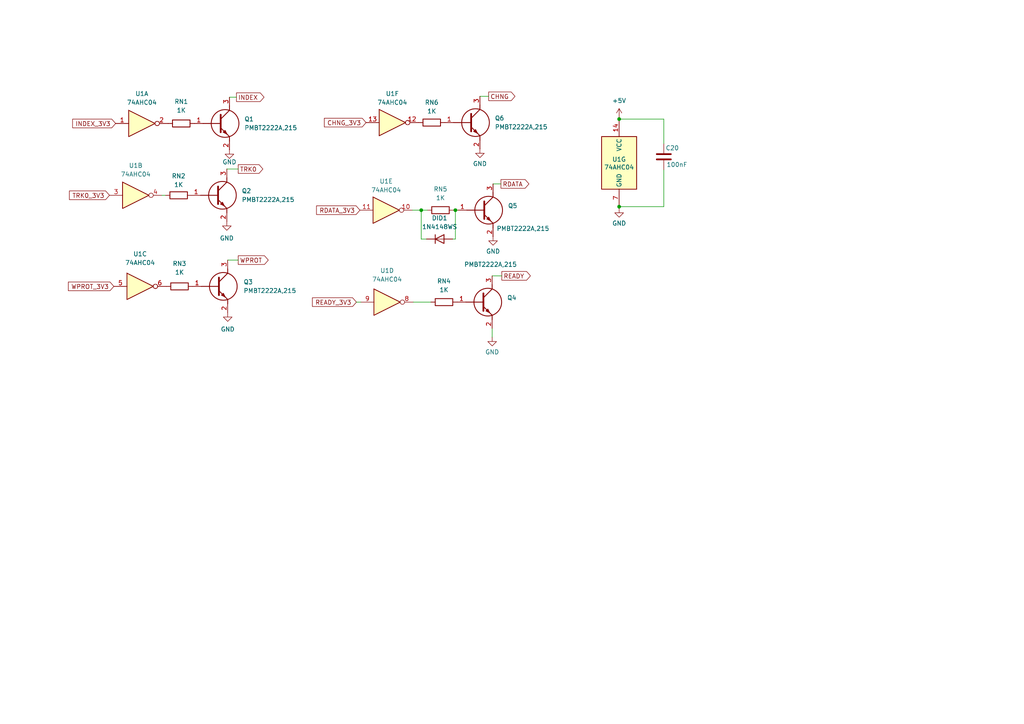
<source format=kicad_sch>
(kicad_sch (version 20250114) (generator "eeschema") (generator_version "9.0")
  (paper "A4")
  (title_block (title "Gotek(?) SMD Handrawn Schematic, Layout and Gerbers") (date "2025-06-07") (rev "1.2") (company "LiveBoxAndy") (comment 1 "PCB photographs from both source PCB's were used for a majority of the routing.") (comment 2 "Used SFRC2D.B PCB for the 26 Pin FFC connections and some of the headers") (comment 3 "Used SFRKC30.AT4.35 PCB for most of the schematic and layout.") (comment 4 "Mating of an AT32F415 26 Pin Connector with the electronics from a 34 Pin AT32F435 Gotek"))
  (lib_symbols
    (symbol "74xx:74AHC04"
      (property "Reference" "U" (at 0 1.27 0))
      (property "Value" "74AHC04" (at 0 -1.27 0))
      (symbol "74AHC04_1_0"
        (polyline (pts (xy -3.81 3.81) (xy -3.81 -3.81) (xy 3.81 0) (xy -3.81 3.81)) (stroke (width 0.254)) (fill (type background)))
        (pin input line (at -7.62 0 0) (length 3.81) (name "~") (number "1"))
        (pin output inverted (at 7.62 0 180) (length 3.81) (name "~") (number "2"))
      )
      (symbol "74AHC04_2_0"
        (polyline (pts (xy -3.81 3.81) (xy -3.81 -3.81) (xy 3.81 0) (xy -3.81 3.81)) (stroke (width 0.254)) (fill (type background)))
        (pin input line (at -7.62 0 0) (length 3.81) (name "~") (number "3"))
        (pin output inverted (at 7.62 0 180) (length 3.81) (name "~") (number "4"))
      )
      (symbol "74AHC04_3_0"
        (polyline (pts (xy -3.81 3.81) (xy -3.81 -3.81) (xy 3.81 0) (xy -3.81 3.81)) (stroke (width 0.254)) (fill (type background)))
        (pin input line (at -7.62 0 0) (length 3.81) (name "~") (number "5"))
        (pin output inverted (at 7.62 0 180) (length 3.81) (name "~") (number "6"))
      )
      (symbol "74AHC04_4_0"
        (polyline (pts (xy -3.81 3.81) (xy -3.81 -3.81) (xy 3.81 0) (xy -3.81 3.81)) (stroke (width 0.254)) (fill (type background)))
        (pin input line (at -7.62 0 0) (length 3.81) (name "~") (number "9"))
        (pin output inverted (at 7.62 0 180) (length 3.81) (name "~") (number "8"))
      )
      (symbol "74AHC04_5_0"
        (polyline (pts (xy -3.81 3.81) (xy -3.81 -3.81) (xy 3.81 0) (xy -3.81 3.81)) (stroke (width 0.254)) (fill (type background)))
        (pin input line (at -7.62 0 0) (length 3.81) (name "~") (number "11"))
        (pin output inverted (at 7.62 0 180) (length 3.81) (name "~") (number "10"))
      )
      (symbol "74AHC04_6_0"
        (polyline (pts (xy -3.81 3.81) (xy -3.81 -3.81) (xy 3.81 0) (xy -3.81 3.81)) (stroke (width 0.254)) (fill (type background)))
        (pin input line (at -7.62 0 0) (length 3.81) (name "~") (number "13"))
        (pin output inverted (at 7.62 0 180) (length 3.81) (name "~") (number "12"))
      )
      (symbol "74AHC04_7_0"
        (pin power_in line (at 0 12.7 270) (length 5.08) (name "VCC") (number "14"))
        (pin power_in line (at 0 -12.7 90) (length 5.08) (name "GND") (number "7"))
      )
      (symbol "74AHC04_7_1"
        (rectangle (start -5.08 7.62) (end 5.08 -7.62) (stroke (width 0.254)) (fill (type background)))
      )
    )
    (symbol "Device:C" (pin_numbers (hide yes)) (pin_names (offset 0.254))
      (property "Reference" "C" (at 0.635 2.54 0))
      (property "Value" "C" (at 0.635 -2.54 0))
      (symbol "C_0_1"
        (polyline (pts (xy -2.032 0.762) (xy 2.032 0.762)) (stroke (width 0.508)))
        (polyline (pts (xy -2.032 -0.762) (xy 2.032 -0.762)) (stroke (width 0.508)))
      )
      (symbol "C_1_1"
        (pin passive line (at 0 3.81 270) (length 2.794) (name "~") (number "1"))
        (pin passive line (at 0 -3.81 90) (length 2.794) (name "~") (number "2"))
      )
    )
    (symbol "Device:R" (pin_numbers (hide yes)) (pin_names (offset 0))
      (property "Reference" "R" (at 2.032 0 90))
      (property "Value" "R" (at 0 0 90))
      (symbol "R_0_1"
        (rectangle (start -1.016 -2.54) (end 1.016 2.54) (stroke (width 0.254)))
      )
      (symbol "R_1_1"
        (pin passive line (at 0 3.81 270) (length 1.27) (name "~") (number "1"))
        (pin passive line (at 0 -3.81 90) (length 1.27) (name "~") (number "2"))
      )
    )
    (symbol "Diode:1N4148WS" (pin_numbers (hide yes)) (pin_names (hide yes))
      (property "Reference" "D" (at 0 2.54 0))
      (property "Value" "1N4148WS" (at 0 -2.54 0))
      (symbol "1N4148WS_0_1"
        (polyline (pts (xy -1.27 1.27) (xy -1.27 -1.27)) (stroke (width 0.254)))
        (polyline (pts (xy 1.27 1.27) (xy 1.27 -1.27) (xy -1.27 0) (xy 1.27 1.27)) (stroke (width 0.254)))
        (polyline (pts (xy 1.27 0) (xy -1.27 0)))
      )
      (symbol "1N4148WS_1_1"
        (pin passive line (at -3.81 0 0) (length 2.54) (name "K") (number "1"))
        (pin passive line (at 3.81 0 180) (length 2.54) (name "A") (number "2"))
      )
    )
    (symbol "Gotek:PMBT2222A,215" (pin_names (hide yes))
      (property "Reference" "Q" (at 13.97 1.27 0))
      (property "Value" "PMBT2222A,215" (at 13.97 -1.27 0))
      (symbol "PMBT2222A,215_1_1"
        (polyline (pts (xy 2.54 0) (xy 7.62 0)) (stroke (width 0.254)))
        (polyline (pts (xy 7.62 2.54) (xy 7.62 -2.54)) (stroke (width 0.508)))
        (polyline (pts (xy 7.62 1.27) (xy 10.16 3.81)) (stroke (width 0.254)))
        (polyline (pts (xy 7.62 -1.27) (xy 10.16 -3.81)) (stroke (width 0.254)))
        (polyline (pts (xy 8.382 -2.54) (xy 8.89 -2.032) (xy 9.398 -3.048) (xy 8.382 -2.54)) (stroke (width 0.254)) (fill (type outline)))
        (circle (center 8.89 0) (radius 4.016) (stroke (width 0.254)))
        (polyline (pts (xy 10.16 3.81) (xy 10.16 5.08)) (stroke (width 0.254)))
        (polyline (pts (xy 10.16 -3.81) (xy 10.16 -5.08)) (stroke (width 0.254)))
        (pin passive line (at 0 0 0) (length 2.54) (name "B") (number "1"))
        (pin passive line (at 10.16 7.62 270) (length 2.54) (name "C") (number "3"))
        (pin passive line (at 10.16 -7.62 90) (length 2.54) (name "E") (number "2"))
      )
    )
    (symbol "power:+5V" (power) (pin_numbers (hide yes)) (pin_names (offset 0) (hide yes))
      (property "Value" "+5V" (at 0 3.556 0))
      (symbol "+5V_0_1"
        (polyline (pts (xy -0.762 1.27) (xy 0 2.54)))
        (polyline (pts (xy 0 2.54) (xy 0.762 1.27)))
        (polyline (pts (xy 0 0) (xy 0 2.54)))
      )
      (symbol "+5V_1_1"
        (pin power_in line (at 0 0 90) (length 0) (name "~") (number "1"))
      )
    )
    (symbol "power:GND" (power) (pin_numbers (hide yes)) (pin_names (offset 0) (hide yes))
      (property "Value" "GND" (at 0 -3.81 0))
      (symbol "GND_0_1"
        (polyline (pts (xy 0 0) (xy 0 -1.27) (xy 1.27 -1.27) (xy 0 -2.54) (xy -1.27 -1.27) (xy 0 -1.27)))
      )
      (symbol "GND_1_1"
        (pin power_in line (at 0 0 270) (length 0) (name "~") (number "1"))
      )
    )
  )
  (junction (at 132.08 60.96))
  (junction (at 122.174 60.96))
  (junction (at 179.578 59.944))
  (junction (at 179.578 34.544))
  (wire (pts (xy 145.288 53.34) (xy 143.002 53.34)))
  (wire (pts (xy 103.378 87.63) (xy 104.648 87.63)))
  (wire (pts (xy 123.698 69.342) (xy 122.174 69.342)))
  (wire (pts (xy 192.532 41.656) (xy 192.532 34.544)))
  (wire (pts (xy 122.174 60.96) (xy 123.952 60.96)))
  (wire (pts (xy 141.732 27.94) (xy 139.192 27.94)))
  (wire (pts (xy 192.532 34.544) (xy 179.578 34.544)))
  (wire (pts (xy 192.532 59.944) (xy 179.578 59.944)))
  (wire (pts (xy 68.58 28.194) (xy 66.548 28.194)))
  (wire (pts (xy 142.748 95.25) (xy 142.748 97.79)))
  (wire (pts (xy 69.088 75.438) (xy 66.04 75.438)))
  (wire (pts (xy 179.578 60.452) (xy 179.578 59.944)))
  (wire (pts (xy 132.08 60.96) (xy 132.842 60.96)))
  (wire (pts (xy 48.006 56.642) (xy 46.99 56.642)))
  (wire (pts (xy 69.088 49.022) (xy 65.786 49.022)))
  (wire (pts (xy 122.174 69.342) (xy 122.174 60.96)))
  (wire (pts (xy 179.578 34.036) (xy 179.578 34.544)))
  (wire (pts (xy 145.542 80.01) (xy 142.748 80.01)))
  (wire (pts (xy 192.532 49.276) (xy 192.532 59.944)))
  (wire (pts (xy 131.572 60.96) (xy 132.08 60.96)))
  (wire (pts (xy 119.634 60.96) (xy 122.174 60.96)))
  (wire (pts (xy 132.08 60.96) (xy 132.08 69.342)))
  (wire (pts (xy 119.888 87.63) (xy 124.968 87.63)))
  (wire (pts (xy 132.08 69.342) (xy 131.318 69.342)))
  (global_label "WPROT_3V3" (shape input) (at 33.02 83.058 180) (property "Intersheetrefs" "${INTERSHEET_REFS}" (effects (hide yes))))
  (global_label "READY" (shape output) (at 145.542 80.01 0) (property "Intersheetrefs" "${INTERSHEET_REFS}" (effects (hide yes))))
  (global_label "RDATA" (shape output) (at 145.288 53.34 0) (property "Intersheetrefs" "${INTERSHEET_REFS}" (effects (hide yes))))
  (global_label "TRK0" (shape output) (at 69.088 49.022 0) (property "Intersheetrefs" "${INTERSHEET_REFS}" (effects (hide yes))))
  (global_label "INDEX_3V3" (shape input) (at 33.528 35.814 180) (property "Intersheetrefs" "${INTERSHEET_REFS}" (effects (hide yes))))
  (global_label "TRK0_3V3" (shape input) (at 31.75 56.642 180) (property "Intersheetrefs" "${INTERSHEET_REFS}" (effects (hide yes))))
  (global_label "WPROT" (shape output) (at 69.088 75.438 0) (property "Intersheetrefs" "${INTERSHEET_REFS}" (effects (hide yes))))
  (global_label "CHNG_3V3" (shape input) (at 106.172 35.56 180) (property "Intersheetrefs" "${INTERSHEET_REFS}" (effects (hide yes))))
  (global_label "READY_3V3" (shape input) (at 103.378 87.63 180) (property "Intersheetrefs" "${INTERSHEET_REFS}" (effects (hide yes))))
  (global_label "INDEX" (shape output) (at 68.58 28.194 0) (property "Intersheetrefs" "${INTERSHEET_REFS}" (effects (hide yes))))
  (global_label "CHNG" (shape output) (at 141.732 27.94 0) (property "Intersheetrefs" "${INTERSHEET_REFS}" (effects (hide yes))))
  (global_label "RDATA_3V3" (shape input) (at 104.394 60.96 180) (property "Intersheetrefs" "${INTERSHEET_REFS}" (effects (hide yes))))
  (symbol (lib_id "Device:R") (at 128.778 87.63 270) (mirror x) (unit 1)
    (property "Reference" "RN4" (at 128.778 81.534 90))
    (property "Value" "1K" (at 128.778 84.074 90))
    (property "Footprint" "Resistor_SMD:R_0805_2012Metric_Pad1.20x1.40mm_HandSolder" (effects (hide yes)))
    (property "Description" "Resistor" (effects (hide yes)))
  )
  (symbol (lib_id "power:GND") (at 66.548 43.434 0) (unit 1)
    (property "Reference" "#PWR014" (effects (hide yes)))
    (property "Value" "GND" (at 66.548 46.99 0))
    (property "Description" "Power symbol creates a global label with name \"GND\" , ground" (effects (hide yes)))
  )
  (symbol (lib_id "74xx:74AHC04") (at 40.64 83.058 0) (unit 3)
    (property "Reference" "U1" (at 40.64 73.66 0))
    (property "Value" "74AHC04" (at 40.64 76.2 0))
    (property "Footprint" "Package_SO:SO-14_3.9x8.65mm_P1.27mm" (effects (hide yes)))
    (property "Datasheet" "https://assets.nexperia.com/documents/data-sheet/74AHC_AHCT04.pdf" (effects (hide yes)))
    (property "Description" "Hex Inverter" (effects (hide yes)))
  )
  (symbol (lib_id "74xx:74AHC04") (at 39.37 56.642 0) (unit 2)
    (property "Reference" "U1" (at 39.37 48.006 0))
    (property "Value" "74AHC04" (at 39.37 50.546 0))
    (property "Footprint" "Package_SO:SO-14_3.9x8.65mm_P1.27mm" (effects (hide yes)))
    (property "Datasheet" "https://assets.nexperia.com/documents/data-sheet/74AHC_AHCT04.pdf" (effects (hide yes)))
    (property "Description" "Hex Inverter" (effects (hide yes)))
  )
  (symbol (lib_id "Gotek:PMBT2222A,215") (at 55.626 56.642 0) (unit 1)
    (property "Reference" "Q2" (at 70.104 55.3719 0) (effects (justify left)))
    (property "Value" "PMBT2222A,215" (at 70.104 57.9119 0) (effects (justify left)))
    (property "Footprint" "Gotek:SOT95P280X130-3N" (effects (hide yes)))
    (property "Datasheet" "https://assets.nexperia.com/documents/data-sheet/PMBT2222A.pdf" (effects (hide yes)))
    (property "Description" "PMBT2222; PMBT2222A - NPN switching transistors" (effects (hide yes)))
    (property "Height" "1.1" (effects (hide yes)))
    (property "Mouser Part Number" "771-PMBT2222A-T/R" (effects (hide yes)))
    (property "Mouser Price/Stock" "https://www.mouser.co.uk/ProductDetail/Nexperia/PMBT2222A215?qs=LOCUfHb8d9u7n2jbGrJFWg%3D%3D" (effects (hide yes)))
    (property "Manufacturer_Name" "Nexperia" (effects (hide yes)))
    (property "Manufacturer_Part_Number" "PMBT2222A,215" (effects (hide yes)))
  )
  (symbol (lib_id "74xx:74AHC04") (at 113.792 35.56 0) (unit 6)
    (property "Reference" "U1" (at 113.792 27.178 0))
    (property "Value" "74AHC04" (at 113.792 29.718 0))
    (property "Footprint" "Package_SO:SO-14_3.9x8.65mm_P1.27mm" (effects (hide yes)))
    (property "Datasheet" "https://assets.nexperia.com/documents/data-sheet/74AHC_AHCT04.pdf" (effects (hide yes)))
    (property "Description" "Hex Inverter" (effects (hide yes)))
  )
  (symbol (lib_id "Device:R") (at 127.762 60.96 270) (mirror x) (unit 1)
    (property "Reference" "RN5" (at 127.762 54.864 90))
    (property "Value" "1K" (at 127.762 57.404 90))
    (property "Footprint" "Resistor_SMD:R_0805_2012Metric_Pad1.20x1.40mm_HandSolder" (effects (hide yes)))
    (property "Description" "Resistor" (effects (hide yes)))
  )
  (symbol (lib_id "Device:R") (at 125.222 35.56 270) (mirror x) (unit 1)
    (property "Reference" "RN6" (at 125.222 29.718 90))
    (property "Value" "1K" (at 125.222 32.258 90))
    (property "Footprint" "Resistor_SMD:R_0805_2012Metric_Pad1.20x1.40mm_HandSolder" (effects (hide yes)))
    (property "Description" "Resistor" (effects (hide yes)))
  )
  (symbol (lib_id "Device:R") (at 51.816 56.642 270) (mirror x) (unit 1)
    (property "Reference" "RN2" (at 51.816 51.054 90))
    (property "Value" "1K" (at 51.816 53.594 90))
    (property "Footprint" "Resistor_SMD:R_0805_2012Metric_Pad1.20x1.40mm_HandSolder" (effects (hide yes)))
    (property "Description" "Resistor" (effects (hide yes)))
  )
  (symbol (lib_id "power:GND") (at 143.002 68.58 0) (unit 1)
    (property "Reference" "#PWR016" (effects (hide yes)))
    (property "Value" "GND" (at 143.002 72.898 0))
    (property "Description" "Power symbol creates a global label with name \"GND\" , ground" (effects (hide yes)))
  )
  (symbol (lib_id "Device:C") (at 192.532 45.466 0) (mirror x) (unit 1)
    (property "Reference" "C20" (at 193.04 42.926 0) (effects (justify left)))
    (property "Value" "100nF" (at 193.294 47.752 0) (effects (justify left)))
    (property "Footprint" "Capacitor_SMD:C_0805_2012Metric_Pad1.18x1.45mm_HandSolder" (effects (hide yes)))
    (property "Description" "Unpolarized capacitor" (effects (hide yes)))
  )
  (symbol (lib_id "Device:R") (at 52.07 83.058 270) (mirror x) (unit 1)
    (property "Reference" "RN3" (at 52.07 76.454 90))
    (property "Value" "1K" (at 52.07 78.994 90))
    (property "Footprint" "Resistor_SMD:R_0805_2012Metric_Pad1.20x1.40mm_HandSolder" (effects (hide yes)))
    (property "Description" "Resistor" (effects (hide yes)))
  )
  (symbol (lib_id "Gotek:PMBT2222A,215") (at 56.388 35.814 0) (unit 1)
    (property "Reference" "Q1" (at 70.866 34.5439 0) (effects (justify left)))
    (property "Value" "PMBT2222A,215" (at 70.866 37.0839 0) (effects (justify left)))
    (property "Footprint" "Gotek:SOT95P280X130-3N" (effects (hide yes)))
    (property "Datasheet" "https://assets.nexperia.com/documents/data-sheet/PMBT2222A.pdf" (effects (hide yes)))
    (property "Description" "PMBT2222; PMBT2222A - NPN switching transistors" (effects (hide yes)))
    (property "Height" "1.1" (effects (hide yes)))
    (property "Mouser Part Number" "771-PMBT2222A-T/R" (effects (hide yes)))
    (property "Mouser Price/Stock" "https://www.mouser.co.uk/ProductDetail/Nexperia/PMBT2222A215?qs=LOCUfHb8d9u7n2jbGrJFWg%3D%3D" (effects (hide yes)))
    (property "Manufacturer_Name" "Nexperia" (effects (hide yes)))
    (property "Manufacturer_Part_Number" "PMBT2222A,215" (effects (hide yes)))
  )
  (symbol (lib_id "power:GND") (at 142.748 97.79 0) (unit 1)
    (property "Reference" "#PWR017" (effects (hide yes)))
    (property "Value" "GND" (at 142.748 102.108 0))
    (property "Description" "Power symbol creates a global label with name \"GND\" , ground" (effects (hide yes)))
  )
  (symbol (lib_id "Gotek:PMBT2222A,215") (at 129.032 35.56 0) (unit 1)
    (property "Reference" "Q6" (at 143.51 34.2899 0) (effects (justify left)))
    (property "Value" "PMBT2222A,215" (at 143.51 36.8299 0) (effects (justify left)))
    (property "Footprint" "Gotek:SOT95P280X130-3N" (effects (hide yes)))
    (property "Datasheet" "https://assets.nexperia.com/documents/data-sheet/PMBT2222A.pdf" (effects (hide yes)))
    (property "Description" "PMBT2222; PMBT2222A - NPN switching transistors" (effects (hide yes)))
    (property "Height" "1.1" (effects (hide yes)))
    (property "Mouser Part Number" "771-PMBT2222A-T/R" (effects (hide yes)))
    (property "Mouser Price/Stock" "https://www.mouser.co.uk/ProductDetail/Nexperia/PMBT2222A215?qs=LOCUfHb8d9u7n2jbGrJFWg%3D%3D" (effects (hide yes)))
    (property "Manufacturer_Name" "Nexperia" (effects (hide yes)))
    (property "Manufacturer_Part_Number" "PMBT2222A,215" (effects (hide yes)))
  )
  (symbol (lib_id "power:+5V") (at 179.578 34.036 0) (unit 1)
    (property "Reference" "#PWR021" (effects (hide yes)))
    (property "Value" "+5V" (at 179.578 29.21 0))
    (property "Description" "Power symbol creates a global label with name \"+5V\"" (effects (hide yes)))
  )
  (symbol (lib_id "Gotek:PMBT2222A,215") (at 55.88 83.058 0) (unit 1)
    (property "Reference" "Q3" (at 70.612 81.7879 0) (effects (justify left)))
    (property "Value" "PMBT2222A,215" (at 70.612 84.3279 0) (effects (justify left)))
    (property "Footprint" "Gotek:SOT95P280X130-3N" (effects (hide yes)))
    (property "Datasheet" "https://assets.nexperia.com/documents/data-sheet/PMBT2222A.pdf" (effects (hide yes)))
    (property "Description" "PMBT2222; PMBT2222A - NPN switching transistors" (effects (hide yes)))
    (property "Height" "1.1" (effects (hide yes)))
    (property "Mouser Part Number" "771-PMBT2222A-T/R" (effects (hide yes)))
    (property "Mouser Price/Stock" "https://www.mouser.co.uk/ProductDetail/Nexperia/PMBT2222A215?qs=LOCUfHb8d9u7n2jbGrJFWg%3D%3D" (effects (hide yes)))
    (property "Manufacturer_Name" "Nexperia" (effects (hide yes)))
    (property "Manufacturer_Part_Number" "PMBT2222A,215" (effects (hide yes)))
  )
  (symbol (lib_id "74xx:74AHC04") (at 41.148 35.814 0) (unit 1)
    (property "Reference" "U1" (at 41.148 27.178 0))
    (property "Value" "74AHC04" (at 41.148 29.718 0))
    (property "Footprint" "Package_SO:SO-14_3.9x8.65mm_P1.27mm" (effects (hide yes)))
    (property "Datasheet" "https://assets.nexperia.com/documents/data-sheet/74AHC_AHCT04.pdf" (effects (hide yes)))
    (property "Description" "Hex Inverter" (effects (hide yes)))
  )
  (symbol (lib_id "power:GND") (at 139.192 43.18 0) (unit 1)
    (property "Reference" "#PWR015" (effects (hide yes)))
    (property "Value" "GND" (at 139.192 47.498 0))
    (property "Description" "Power symbol creates a global label with name \"GND\" , ground" (effects (hide yes)))
  )
  (symbol (lib_id "Gotek:PMBT2222A,215") (at 132.842 60.96 0) (unit 1)
    (property "Reference" "Q5" (at 147.32 59.6899 0) (effects (justify left)))
    (property "Value" "PMBT2222A,215" (at 144.018 66.294 0) (effects (justify left)))
    (property "Footprint" "Gotek:SOT95P280X130-3N" (effects (hide yes)))
    (property "Datasheet" "https://assets.nexperia.com/documents/data-sheet/PMBT2222A.pdf" (effects (hide yes)))
    (property "Description" "PMBT2222; PMBT2222A - NPN switching transistors" (effects (hide yes)))
    (property "Height" "1.1" (effects (hide yes)))
    (property "Mouser Part Number" "771-PMBT2222A-T/R" (effects (hide yes)))
    (property "Mouser Price/Stock" "https://www.mouser.co.uk/ProductDetail/Nexperia/PMBT2222A215?qs=LOCUfHb8d9u7n2jbGrJFWg%3D%3D" (effects (hide yes)))
    (property "Manufacturer_Name" "Nexperia" (effects (hide yes)))
    (property "Manufacturer_Part_Number" "PMBT2222A,215" (effects (hide yes)))
  )
  (symbol (lib_id "74xx:74AHC04") (at 112.268 87.63 0) (unit 4)
    (property "Reference" "U1" (at 112.268 78.486 0))
    (property "Value" "74AHC04" (at 112.268 81.026 0))
    (property "Footprint" "Package_SO:SO-14_3.9x8.65mm_P1.27mm" (effects (hide yes)))
    (property "Datasheet" "https://assets.nexperia.com/documents/data-sheet/74AHC_AHCT04.pdf" (effects (hide yes)))
    (property "Description" "Hex Inverter" (effects (hide yes)))
  )
  (symbol (lib_id "power:GND") (at 66.04 90.678 0) (unit 1)
    (property "Reference" "#PWR013" (effects (hide yes)))
    (property "Value" "GND" (at 66.04 95.504 0))
    (property "Description" "Power symbol creates a global label with name \"GND\" , ground" (effects (hide yes)))
  )
  (symbol (lib_id "74xx:74AHC04") (at 112.014 60.96 0) (unit 5)
    (property "Reference" "U1" (at 112.014 52.578 0))
    (property "Value" "74AHC04" (at 112.014 55.118 0))
    (property "Footprint" "Package_SO:SO-14_3.9x8.65mm_P1.27mm" (effects (hide yes)))
    (property "Datasheet" "https://assets.nexperia.com/documents/data-sheet/74AHC_AHCT04.pdf" (effects (hide yes)))
    (property "Description" "Hex Inverter" (effects (hide yes)))
  )
  (symbol (lib_id "power:GND") (at 179.578 60.452 0) (unit 1)
    (property "Reference" "#PWR020" (effects (hide yes)))
    (property "Value" "GND" (at 179.578 64.77 0))
    (property "Description" "Power symbol creates a global label with name \"GND\" , ground" (effects (hide yes)))
  )
  (symbol (lib_id "Device:R") (at 52.578 35.814 270) (mirror x) (unit 1)
    (property "Reference" "RN1" (at 52.578 29.464 90))
    (property "Value" "1K" (at 52.578 32.004 90))
    (property "Footprint" "Resistor_SMD:R_0805_2012Metric_Pad1.20x1.40mm_HandSolder" (effects (hide yes)))
    (property "Description" "Resistor" (effects (hide yes)))
  )
  (symbol (lib_id "Gotek:PMBT2222A,215") (at 132.588 87.63 0) (unit 1)
    (property "Reference" "Q4" (at 147.066 86.3599 0) (effects (justify left)))
    (property "Value" "PMBT2222A,215" (at 134.62 76.708 0) (effects (justify left)))
    (property "Footprint" "Gotek:SOT95P280X130-3N" (effects (hide yes)))
    (property "Datasheet" "https://assets.nexperia.com/documents/data-sheet/PMBT2222A.pdf" (effects (hide yes)))
    (property "Description" "PMBT2222; PMBT2222A - NPN switching transistors" (effects (hide yes)))
    (property "Height" "1.1" (effects (hide yes)))
    (property "Mouser Part Number" "771-PMBT2222A-T/R" (effects (hide yes)))
    (property "Mouser Price/Stock" "https://www.mouser.co.uk/ProductDetail/Nexperia/PMBT2222A215?qs=LOCUfHb8d9u7n2jbGrJFWg%3D%3D" (effects (hide yes)))
    (property "Manufacturer_Name" "Nexperia" (effects (hide yes)))
    (property "Manufacturer_Part_Number" "PMBT2222A,215" (effects (hide yes)))
  )
  (symbol (lib_id "power:GND") (at 65.786 64.262 0) (unit 1)
    (property "Reference" "#PWR012" (effects (hide yes)))
    (property "Value" "GND" (at 65.786 69.088 0))
    (property "Description" "Power symbol creates a global label with name \"GND\" , ground" (effects (hide yes)))
  )
  (symbol (lib_id "Diode:1N4148WS") (at 127.508 69.342 0) (unit 1)
    (property "Reference" "DID1" (at 127.508 63.246 0))
    (property "Value" "1N4148WS" (at 127.508 65.786 0))
    (property "Footprint" "Gotek:SODFL2512X90N" (effects (hide yes)))
    (property "Datasheet" "https://www.vishay.com/docs/85751/1n4148ws.pdf" (effects (hide yes)))
    (property "Description" "75V 0.15A Fast switching Diode, SOD-323" (effects (hide yes)))
    (property "Sim.Device" "D" (effects (hide yes)))
    (property "Sim.Pins" "1=K 2=A" (effects (hide yes)))
  )
  (symbol (lib_id "74xx:74AHC04") (at 179.578 47.244 0) (unit 7)
    (property "Reference" "U1" (at 177.546 46.228 0) (effects (justify left)))
    (property "Value" "74AHC04" (at 179.578 48.514 0))
    (property "Footprint" "Package_SO:SO-14_3.9x8.65mm_P1.27mm" (effects (hide yes)))
    (property "Datasheet" "https://assets.nexperia.com/documents/data-sheet/74AHC_AHCT04.pdf" (effects (hide yes)))
    (property "Description" "Hex Inverter" (effects (hide yes)))
  )
)
</source>
